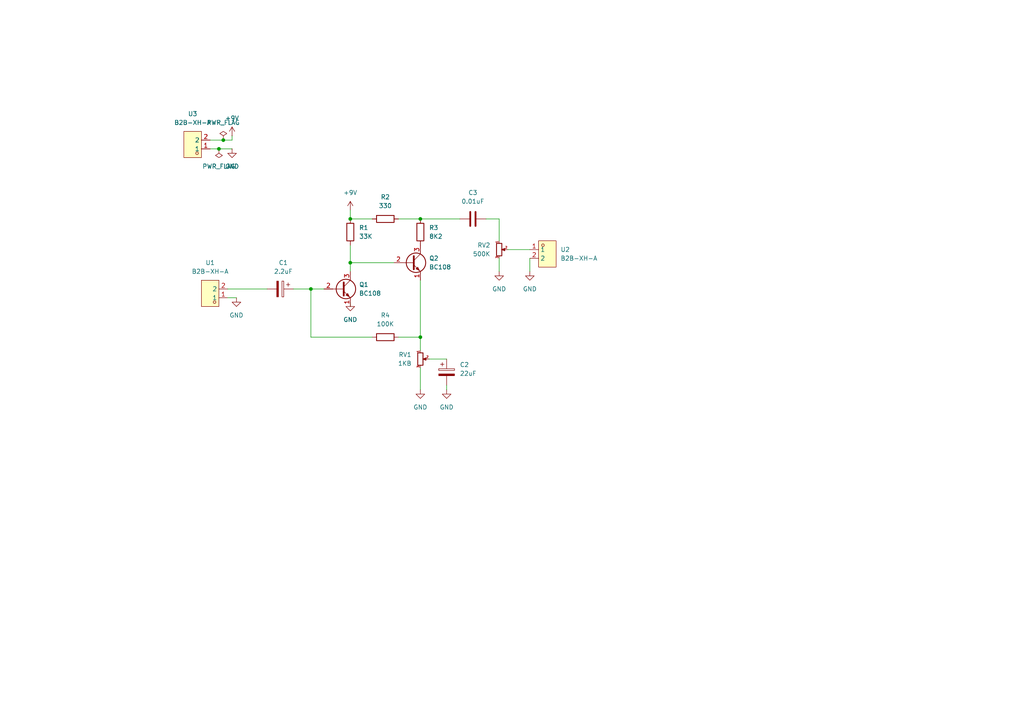
<source format=kicad_sch>
(kicad_sch
	(version 20250114)
	(generator "eeschema")
	(generator_version "9.0")
	(uuid "c28ccf4e-c90c-441f-aa40-d01f60b1e3d2")
	(paper "A4")
	(lib_symbols
		(symbol "Device:C"
			(pin_numbers
				(hide yes)
			)
			(pin_names
				(offset 0.254)
			)
			(exclude_from_sim no)
			(in_bom yes)
			(on_board yes)
			(property "Reference" "C"
				(at 0.635 2.54 0)
				(effects
					(font
						(size 1.27 1.27)
					)
					(justify left)
				)
			)
			(property "Value" "C"
				(at 0.635 -2.54 0)
				(effects
					(font
						(size 1.27 1.27)
					)
					(justify left)
				)
			)
			(property "Footprint" ""
				(at 0.9652 -3.81 0)
				(effects
					(font
						(size 1.27 1.27)
					)
					(hide yes)
				)
			)
			(property "Datasheet" "~"
				(at 0 0 0)
				(effects
					(font
						(size 1.27 1.27)
					)
					(hide yes)
				)
			)
			(property "Description" "Unpolarized capacitor"
				(at 0 0 0)
				(effects
					(font
						(size 1.27 1.27)
					)
					(hide yes)
				)
			)
			(property "ki_keywords" "cap capacitor"
				(at 0 0 0)
				(effects
					(font
						(size 1.27 1.27)
					)
					(hide yes)
				)
			)
			(property "ki_fp_filters" "C_*"
				(at 0 0 0)
				(effects
					(font
						(size 1.27 1.27)
					)
					(hide yes)
				)
			)
			(symbol "C_0_1"
				(polyline
					(pts
						(xy -2.032 0.762) (xy 2.032 0.762)
					)
					(stroke
						(width 0.508)
						(type default)
					)
					(fill
						(type none)
					)
				)
				(polyline
					(pts
						(xy -2.032 -0.762) (xy 2.032 -0.762)
					)
					(stroke
						(width 0.508)
						(type default)
					)
					(fill
						(type none)
					)
				)
			)
			(symbol "C_1_1"
				(pin passive line
					(at 0 3.81 270)
					(length 2.794)
					(name "~"
						(effects
							(font
								(size 1.27 1.27)
							)
						)
					)
					(number "1"
						(effects
							(font
								(size 1.27 1.27)
							)
						)
					)
				)
				(pin passive line
					(at 0 -3.81 90)
					(length 2.794)
					(name "~"
						(effects
							(font
								(size 1.27 1.27)
							)
						)
					)
					(number "2"
						(effects
							(font
								(size 1.27 1.27)
							)
						)
					)
				)
			)
			(embedded_fonts no)
		)
		(symbol "Device:C_Polarized"
			(pin_numbers
				(hide yes)
			)
			(pin_names
				(offset 0.254)
			)
			(exclude_from_sim no)
			(in_bom yes)
			(on_board yes)
			(property "Reference" "C"
				(at 0.635 2.54 0)
				(effects
					(font
						(size 1.27 1.27)
					)
					(justify left)
				)
			)
			(property "Value" "C_Polarized"
				(at 0.635 -2.54 0)
				(effects
					(font
						(size 1.27 1.27)
					)
					(justify left)
				)
			)
			(property "Footprint" ""
				(at 0.9652 -3.81 0)
				(effects
					(font
						(size 1.27 1.27)
					)
					(hide yes)
				)
			)
			(property "Datasheet" "~"
				(at 0 0 0)
				(effects
					(font
						(size 1.27 1.27)
					)
					(hide yes)
				)
			)
			(property "Description" "Polarized capacitor"
				(at 0 0 0)
				(effects
					(font
						(size 1.27 1.27)
					)
					(hide yes)
				)
			)
			(property "ki_keywords" "cap capacitor"
				(at 0 0 0)
				(effects
					(font
						(size 1.27 1.27)
					)
					(hide yes)
				)
			)
			(property "ki_fp_filters" "CP_*"
				(at 0 0 0)
				(effects
					(font
						(size 1.27 1.27)
					)
					(hide yes)
				)
			)
			(symbol "C_Polarized_0_1"
				(rectangle
					(start -2.286 0.508)
					(end 2.286 1.016)
					(stroke
						(width 0)
						(type default)
					)
					(fill
						(type none)
					)
				)
				(polyline
					(pts
						(xy -1.778 2.286) (xy -0.762 2.286)
					)
					(stroke
						(width 0)
						(type default)
					)
					(fill
						(type none)
					)
				)
				(polyline
					(pts
						(xy -1.27 2.794) (xy -1.27 1.778)
					)
					(stroke
						(width 0)
						(type default)
					)
					(fill
						(type none)
					)
				)
				(rectangle
					(start 2.286 -0.508)
					(end -2.286 -1.016)
					(stroke
						(width 0)
						(type default)
					)
					(fill
						(type outline)
					)
				)
			)
			(symbol "C_Polarized_1_1"
				(pin passive line
					(at 0 3.81 270)
					(length 2.794)
					(name "~"
						(effects
							(font
								(size 1.27 1.27)
							)
						)
					)
					(number "1"
						(effects
							(font
								(size 1.27 1.27)
							)
						)
					)
				)
				(pin passive line
					(at 0 -3.81 90)
					(length 2.794)
					(name "~"
						(effects
							(font
								(size 1.27 1.27)
							)
						)
					)
					(number "2"
						(effects
							(font
								(size 1.27 1.27)
							)
						)
					)
				)
			)
			(embedded_fonts no)
		)
		(symbol "Device:R"
			(pin_numbers
				(hide yes)
			)
			(pin_names
				(offset 0)
			)
			(exclude_from_sim no)
			(in_bom yes)
			(on_board yes)
			(property "Reference" "R"
				(at 2.032 0 90)
				(effects
					(font
						(size 1.27 1.27)
					)
				)
			)
			(property "Value" "R"
				(at 0 0 90)
				(effects
					(font
						(size 1.27 1.27)
					)
				)
			)
			(property "Footprint" ""
				(at -1.778 0 90)
				(effects
					(font
						(size 1.27 1.27)
					)
					(hide yes)
				)
			)
			(property "Datasheet" "~"
				(at 0 0 0)
				(effects
					(font
						(size 1.27 1.27)
					)
					(hide yes)
				)
			)
			(property "Description" "Resistor"
				(at 0 0 0)
				(effects
					(font
						(size 1.27 1.27)
					)
					(hide yes)
				)
			)
			(property "ki_keywords" "R res resistor"
				(at 0 0 0)
				(effects
					(font
						(size 1.27 1.27)
					)
					(hide yes)
				)
			)
			(property "ki_fp_filters" "R_*"
				(at 0 0 0)
				(effects
					(font
						(size 1.27 1.27)
					)
					(hide yes)
				)
			)
			(symbol "R_0_1"
				(rectangle
					(start -1.016 -2.54)
					(end 1.016 2.54)
					(stroke
						(width 0.254)
						(type default)
					)
					(fill
						(type none)
					)
				)
			)
			(symbol "R_1_1"
				(pin passive line
					(at 0 3.81 270)
					(length 1.27)
					(name "~"
						(effects
							(font
								(size 1.27 1.27)
							)
						)
					)
					(number "1"
						(effects
							(font
								(size 1.27 1.27)
							)
						)
					)
				)
				(pin passive line
					(at 0 -3.81 90)
					(length 1.27)
					(name "~"
						(effects
							(font
								(size 1.27 1.27)
							)
						)
					)
					(number "2"
						(effects
							(font
								(size 1.27 1.27)
							)
						)
					)
				)
			)
			(embedded_fonts no)
		)
		(symbol "Device:R_Potentiometer_Small"
			(pin_names
				(offset 1.016)
				(hide yes)
			)
			(exclude_from_sim no)
			(in_bom yes)
			(on_board yes)
			(property "Reference" "RV"
				(at -4.445 0 90)
				(effects
					(font
						(size 1.27 1.27)
					)
				)
			)
			(property "Value" "R_Potentiometer_Small"
				(at -2.54 0 90)
				(effects
					(font
						(size 1.27 1.27)
					)
				)
			)
			(property "Footprint" ""
				(at 0 0 0)
				(effects
					(font
						(size 1.27 1.27)
					)
					(hide yes)
				)
			)
			(property "Datasheet" "~"
				(at 0 0 0)
				(effects
					(font
						(size 1.27 1.27)
					)
					(hide yes)
				)
			)
			(property "Description" "Potentiometer"
				(at 0 0 0)
				(effects
					(font
						(size 1.27 1.27)
					)
					(hide yes)
				)
			)
			(property "ki_keywords" "resistor variable"
				(at 0 0 0)
				(effects
					(font
						(size 1.27 1.27)
					)
					(hide yes)
				)
			)
			(property "ki_fp_filters" "Potentiometer*"
				(at 0 0 0)
				(effects
					(font
						(size 1.27 1.27)
					)
					(hide yes)
				)
			)
			(symbol "R_Potentiometer_Small_0_1"
				(rectangle
					(start 0.762 1.8034)
					(end -0.762 -1.8034)
					(stroke
						(width 0.254)
						(type default)
					)
					(fill
						(type none)
					)
				)
				(polyline
					(pts
						(xy 0.889 0) (xy 0.635 0) (xy 1.651 0.381) (xy 1.651 -0.381) (xy 0.635 0) (xy 0.889 0)
					)
					(stroke
						(width 0)
						(type default)
					)
					(fill
						(type outline)
					)
				)
			)
			(symbol "R_Potentiometer_Small_1_1"
				(pin passive line
					(at 0 2.54 270)
					(length 0.635)
					(name "1"
						(effects
							(font
								(size 0.635 0.635)
							)
						)
					)
					(number "1"
						(effects
							(font
								(size 0.635 0.635)
							)
						)
					)
				)
				(pin passive line
					(at 0 -2.54 90)
					(length 0.635)
					(name "3"
						(effects
							(font
								(size 0.635 0.635)
							)
						)
					)
					(number "3"
						(effects
							(font
								(size 0.635 0.635)
							)
						)
					)
				)
				(pin passive line
					(at 2.54 0 180)
					(length 0.9906)
					(name "2"
						(effects
							(font
								(size 0.635 0.635)
							)
						)
					)
					(number "2"
						(effects
							(font
								(size 0.635 0.635)
							)
						)
					)
				)
			)
			(embedded_fonts no)
		)
		(symbol "Transistor_BJT:BC108"
			(pin_names
				(offset 0)
				(hide yes)
			)
			(exclude_from_sim no)
			(in_bom yes)
			(on_board yes)
			(property "Reference" "Q"
				(at 5.08 1.905 0)
				(effects
					(font
						(size 1.27 1.27)
					)
					(justify left)
				)
			)
			(property "Value" "BC108"
				(at 5.08 0 0)
				(effects
					(font
						(size 1.27 1.27)
					)
					(justify left)
				)
			)
			(property "Footprint" "Package_TO_SOT_THT:TO-18-3"
				(at 5.08 -1.905 0)
				(effects
					(font
						(size 1.27 1.27)
						(italic yes)
					)
					(justify left)
					(hide yes)
				)
			)
			(property "Datasheet" "http://www.b-kainka.de/Daten/Transistor/BC108.pdf"
				(at 0 0 0)
				(effects
					(font
						(size 1.27 1.27)
					)
					(justify left)
					(hide yes)
				)
			)
			(property "Description" "0.1A Ic, 30V Vce, Low Noise General Purpose NPN Transistor, TO-18"
				(at 0 0 0)
				(effects
					(font
						(size 1.27 1.27)
					)
					(hide yes)
				)
			)
			(property "ki_keywords" "NPN low noise transistor"
				(at 0 0 0)
				(effects
					(font
						(size 1.27 1.27)
					)
					(hide yes)
				)
			)
			(property "ki_fp_filters" "TO?18*"
				(at 0 0 0)
				(effects
					(font
						(size 1.27 1.27)
					)
					(hide yes)
				)
			)
			(symbol "BC108_0_1"
				(polyline
					(pts
						(xy -2.54 0) (xy 0.635 0)
					)
					(stroke
						(width 0)
						(type default)
					)
					(fill
						(type none)
					)
				)
				(polyline
					(pts
						(xy 0.635 1.905) (xy 0.635 -1.905)
					)
					(stroke
						(width 0.508)
						(type default)
					)
					(fill
						(type none)
					)
				)
				(circle
					(center 1.27 0)
					(radius 2.8194)
					(stroke
						(width 0.254)
						(type default)
					)
					(fill
						(type none)
					)
				)
			)
			(symbol "BC108_1_1"
				(polyline
					(pts
						(xy 0.635 0.635) (xy 2.54 2.54)
					)
					(stroke
						(width 0)
						(type default)
					)
					(fill
						(type none)
					)
				)
				(polyline
					(pts
						(xy 0.635 -0.635) (xy 2.54 -2.54)
					)
					(stroke
						(width 0)
						(type default)
					)
					(fill
						(type none)
					)
				)
				(polyline
					(pts
						(xy 1.27 -1.778) (xy 1.778 -1.27) (xy 2.286 -2.286) (xy 1.27 -1.778)
					)
					(stroke
						(width 0)
						(type default)
					)
					(fill
						(type outline)
					)
				)
				(pin input line
					(at -5.08 0 0)
					(length 2.54)
					(name "B"
						(effects
							(font
								(size 1.27 1.27)
							)
						)
					)
					(number "2"
						(effects
							(font
								(size 1.27 1.27)
							)
						)
					)
				)
				(pin passive line
					(at 2.54 5.08 270)
					(length 2.54)
					(name "C"
						(effects
							(font
								(size 1.27 1.27)
							)
						)
					)
					(number "3"
						(effects
							(font
								(size 1.27 1.27)
							)
						)
					)
				)
				(pin passive line
					(at 2.54 -5.08 90)
					(length 2.54)
					(name "E"
						(effects
							(font
								(size 1.27 1.27)
							)
						)
					)
					(number "1"
						(effects
							(font
								(size 1.27 1.27)
							)
						)
					)
				)
			)
			(embedded_fonts no)
		)
		(symbol "easyeda2kicad:B2B-XH-A"
			(exclude_from_sim no)
			(in_bom yes)
			(on_board yes)
			(property "Reference" "U"
				(at 0 6.35 0)
				(effects
					(font
						(size 1.27 1.27)
					)
				)
			)
			(property "Value" "B2B-XH-A"
				(at 0 -6.35 0)
				(effects
					(font
						(size 1.27 1.27)
					)
				)
			)
			(property "Footprint" "easyeda2kicad:CONN-TH_XH-2A"
				(at 0 -8.89 0)
				(effects
					(font
						(size 1.27 1.27)
					)
					(hide yes)
				)
			)
			(property "Datasheet" ""
				(at 0 0 0)
				(effects
					(font
						(size 1.27 1.27)
					)
					(hide yes)
				)
			)
			(property "Description" ""
				(at 0 0 0)
				(effects
					(font
						(size 1.27 1.27)
					)
					(hide yes)
				)
			)
			(property "LCSC Part" "C19272845"
				(at 0 -11.43 0)
				(effects
					(font
						(size 1.27 1.27)
					)
					(hide yes)
				)
			)
			(symbol "B2B-XH-A_0_1"
				(rectangle
					(start -2.54 3.81)
					(end 2.54 -3.81)
					(stroke
						(width 0)
						(type default)
					)
					(fill
						(type background)
					)
				)
				(circle
					(center -1.27 2.54)
					(radius 0.38)
					(stroke
						(width 0)
						(type default)
					)
					(fill
						(type none)
					)
				)
				(pin unspecified line
					(at -5.08 1.27 0)
					(length 2.54)
					(name "1"
						(effects
							(font
								(size 1.27 1.27)
							)
						)
					)
					(number "1"
						(effects
							(font
								(size 1.27 1.27)
							)
						)
					)
				)
				(pin unspecified line
					(at -5.08 -1.27 0)
					(length 2.54)
					(name "2"
						(effects
							(font
								(size 1.27 1.27)
							)
						)
					)
					(number "2"
						(effects
							(font
								(size 1.27 1.27)
							)
						)
					)
				)
			)
			(embedded_fonts no)
		)
		(symbol "power:+9V"
			(power)
			(pin_numbers
				(hide yes)
			)
			(pin_names
				(offset 0)
				(hide yes)
			)
			(exclude_from_sim no)
			(in_bom yes)
			(on_board yes)
			(property "Reference" "#PWR"
				(at 0 -3.81 0)
				(effects
					(font
						(size 1.27 1.27)
					)
					(hide yes)
				)
			)
			(property "Value" "+9V"
				(at 0 3.556 0)
				(effects
					(font
						(size 1.27 1.27)
					)
				)
			)
			(property "Footprint" ""
				(at 0 0 0)
				(effects
					(font
						(size 1.27 1.27)
					)
					(hide yes)
				)
			)
			(property "Datasheet" ""
				(at 0 0 0)
				(effects
					(font
						(size 1.27 1.27)
					)
					(hide yes)
				)
			)
			(property "Description" "Power symbol creates a global label with name \"+9V\""
				(at 0 0 0)
				(effects
					(font
						(size 1.27 1.27)
					)
					(hide yes)
				)
			)
			(property "ki_keywords" "global power"
				(at 0 0 0)
				(effects
					(font
						(size 1.27 1.27)
					)
					(hide yes)
				)
			)
			(symbol "+9V_0_1"
				(polyline
					(pts
						(xy -0.762 1.27) (xy 0 2.54)
					)
					(stroke
						(width 0)
						(type default)
					)
					(fill
						(type none)
					)
				)
				(polyline
					(pts
						(xy 0 2.54) (xy 0.762 1.27)
					)
					(stroke
						(width 0)
						(type default)
					)
					(fill
						(type none)
					)
				)
				(polyline
					(pts
						(xy 0 0) (xy 0 2.54)
					)
					(stroke
						(width 0)
						(type default)
					)
					(fill
						(type none)
					)
				)
			)
			(symbol "+9V_1_1"
				(pin power_in line
					(at 0 0 90)
					(length 0)
					(name "~"
						(effects
							(font
								(size 1.27 1.27)
							)
						)
					)
					(number "1"
						(effects
							(font
								(size 1.27 1.27)
							)
						)
					)
				)
			)
			(embedded_fonts no)
		)
		(symbol "power:GND"
			(power)
			(pin_numbers
				(hide yes)
			)
			(pin_names
				(offset 0)
				(hide yes)
			)
			(exclude_from_sim no)
			(in_bom yes)
			(on_board yes)
			(property "Reference" "#PWR"
				(at 0 -6.35 0)
				(effects
					(font
						(size 1.27 1.27)
					)
					(hide yes)
				)
			)
			(property "Value" "GND"
				(at 0 -3.81 0)
				(effects
					(font
						(size 1.27 1.27)
					)
				)
			)
			(property "Footprint" ""
				(at 0 0 0)
				(effects
					(font
						(size 1.27 1.27)
					)
					(hide yes)
				)
			)
			(property "Datasheet" ""
				(at 0 0 0)
				(effects
					(font
						(size 1.27 1.27)
					)
					(hide yes)
				)
			)
			(property "Description" "Power symbol creates a global label with name \"GND\" , ground"
				(at 0 0 0)
				(effects
					(font
						(size 1.27 1.27)
					)
					(hide yes)
				)
			)
			(property "ki_keywords" "global power"
				(at 0 0 0)
				(effects
					(font
						(size 1.27 1.27)
					)
					(hide yes)
				)
			)
			(symbol "GND_0_1"
				(polyline
					(pts
						(xy 0 0) (xy 0 -1.27) (xy 1.27 -1.27) (xy 0 -2.54) (xy -1.27 -1.27) (xy 0 -1.27)
					)
					(stroke
						(width 0)
						(type default)
					)
					(fill
						(type none)
					)
				)
			)
			(symbol "GND_1_1"
				(pin power_in line
					(at 0 0 270)
					(length 0)
					(name "~"
						(effects
							(font
								(size 1.27 1.27)
							)
						)
					)
					(number "1"
						(effects
							(font
								(size 1.27 1.27)
							)
						)
					)
				)
			)
			(embedded_fonts no)
		)
		(symbol "power:PWR_FLAG"
			(power)
			(pin_numbers
				(hide yes)
			)
			(pin_names
				(offset 0)
				(hide yes)
			)
			(exclude_from_sim no)
			(in_bom yes)
			(on_board yes)
			(property "Reference" "#FLG"
				(at 0 1.905 0)
				(effects
					(font
						(size 1.27 1.27)
					)
					(hide yes)
				)
			)
			(property "Value" "PWR_FLAG"
				(at 0 3.81 0)
				(effects
					(font
						(size 1.27 1.27)
					)
				)
			)
			(property "Footprint" ""
				(at 0 0 0)
				(effects
					(font
						(size 1.27 1.27)
					)
					(hide yes)
				)
			)
			(property "Datasheet" "~"
				(at 0 0 0)
				(effects
					(font
						(size 1.27 1.27)
					)
					(hide yes)
				)
			)
			(property "Description" "Special symbol for telling ERC where power comes from"
				(at 0 0 0)
				(effects
					(font
						(size 1.27 1.27)
					)
					(hide yes)
				)
			)
			(property "ki_keywords" "flag power"
				(at 0 0 0)
				(effects
					(font
						(size 1.27 1.27)
					)
					(hide yes)
				)
			)
			(symbol "PWR_FLAG_0_0"
				(pin power_out line
					(at 0 0 90)
					(length 0)
					(name "~"
						(effects
							(font
								(size 1.27 1.27)
							)
						)
					)
					(number "1"
						(effects
							(font
								(size 1.27 1.27)
							)
						)
					)
				)
			)
			(symbol "PWR_FLAG_0_1"
				(polyline
					(pts
						(xy 0 0) (xy 0 1.27) (xy -1.016 1.905) (xy 0 2.54) (xy 1.016 1.905) (xy 0 1.27)
					)
					(stroke
						(width 0)
						(type default)
					)
					(fill
						(type none)
					)
				)
			)
			(embedded_fonts no)
		)
	)
	(junction
		(at 101.6 63.5)
		(diameter 0)
		(color 0 0 0 0)
		(uuid "03343da6-ef10-4e34-bc02-88a6f04febba")
	)
	(junction
		(at 121.92 63.5)
		(diameter 0)
		(color 0 0 0 0)
		(uuid "0c2962da-46ef-4485-8d78-7addc60d46bd")
	)
	(junction
		(at 63.5 43.18)
		(diameter 0)
		(color 0 0 0 0)
		(uuid "1bb7f011-1af8-464c-99fa-85d2b96f2b9c")
	)
	(junction
		(at 121.92 97.79)
		(diameter 0)
		(color 0 0 0 0)
		(uuid "27e216c9-d09e-462e-88f7-2565a256a6cf")
	)
	(junction
		(at 90.17 83.82)
		(diameter 0)
		(color 0 0 0 0)
		(uuid "45865469-e8d2-41f5-8375-4dfad1d5c41b")
	)
	(junction
		(at 64.77 40.64)
		(diameter 0)
		(color 0 0 0 0)
		(uuid "bb1f775d-4d8d-486f-96c5-ea68a221486f")
	)
	(junction
		(at 101.6 76.2)
		(diameter 0)
		(color 0 0 0 0)
		(uuid "fd86d3a5-a346-4d78-9dba-7a7a99b943c2")
	)
	(wire
		(pts
			(xy 115.57 97.79) (xy 121.92 97.79)
		)
		(stroke
			(width 0)
			(type default)
		)
		(uuid "0107da6b-369c-4fb6-b3ad-336f0df27fa0")
	)
	(wire
		(pts
			(xy 121.92 81.28) (xy 121.92 97.79)
		)
		(stroke
			(width 0)
			(type default)
		)
		(uuid "090c1d7f-fd6b-4646-b07c-a53d1c5c8174")
	)
	(wire
		(pts
			(xy 85.09 83.82) (xy 90.17 83.82)
		)
		(stroke
			(width 0)
			(type default)
		)
		(uuid "0bb8180b-5718-49db-abaf-0fdfebbd08c3")
	)
	(wire
		(pts
			(xy 101.6 88.9) (xy 101.6 87.63)
		)
		(stroke
			(width 0)
			(type default)
		)
		(uuid "0e217f56-10d9-4b0b-8fa5-03fd96b6d320")
	)
	(wire
		(pts
			(xy 140.97 63.5) (xy 144.78 63.5)
		)
		(stroke
			(width 0)
			(type default)
		)
		(uuid "102c3d5d-405f-40ab-98bf-9d13c2381deb")
	)
	(wire
		(pts
			(xy 101.6 71.12) (xy 101.6 76.2)
		)
		(stroke
			(width 0)
			(type default)
		)
		(uuid "261fea2e-5a5c-4850-81b7-1dfb57b3a48b")
	)
	(wire
		(pts
			(xy 144.78 74.93) (xy 144.78 78.74)
		)
		(stroke
			(width 0)
			(type default)
		)
		(uuid "2fd6938b-4f59-420d-9029-a284af1f9693")
	)
	(wire
		(pts
			(xy 129.54 111.76) (xy 129.54 113.03)
		)
		(stroke
			(width 0)
			(type default)
		)
		(uuid "3afc4879-17b8-4a6e-892c-cef8c3e33865")
	)
	(wire
		(pts
			(xy 121.92 63.5) (xy 133.35 63.5)
		)
		(stroke
			(width 0)
			(type default)
		)
		(uuid "3bf81ab9-1dab-4687-a5d7-62556bd16fe0")
	)
	(wire
		(pts
			(xy 60.96 40.64) (xy 64.77 40.64)
		)
		(stroke
			(width 0)
			(type default)
		)
		(uuid "404f41e5-88dd-4ef2-a3be-3dce7f1e59ac")
	)
	(wire
		(pts
			(xy 63.5 43.18) (xy 67.31 43.18)
		)
		(stroke
			(width 0)
			(type default)
		)
		(uuid "4b68fee7-db76-475f-ba97-b2379badd2e3")
	)
	(wire
		(pts
			(xy 101.6 60.96) (xy 101.6 63.5)
		)
		(stroke
			(width 0)
			(type default)
		)
		(uuid "55d81387-6592-482a-bc33-b0ea5f86ccd4")
	)
	(wire
		(pts
			(xy 124.46 104.14) (xy 129.54 104.14)
		)
		(stroke
			(width 0)
			(type default)
		)
		(uuid "633f2f0e-3e07-4cfa-8e85-2f3f24dc9a5a")
	)
	(wire
		(pts
			(xy 64.77 40.64) (xy 67.31 40.64)
		)
		(stroke
			(width 0)
			(type default)
		)
		(uuid "71ac6456-060e-41f7-9756-a95afbcbc720")
	)
	(wire
		(pts
			(xy 66.04 83.82) (xy 77.47 83.82)
		)
		(stroke
			(width 0)
			(type default)
		)
		(uuid "7c546fd4-af1f-4cb3-adfb-4bf3ecad02da")
	)
	(wire
		(pts
			(xy 121.92 97.79) (xy 121.92 101.6)
		)
		(stroke
			(width 0)
			(type default)
		)
		(uuid "80daba07-8747-4f12-b2b1-b9f1af33353d")
	)
	(wire
		(pts
			(xy 90.17 83.82) (xy 90.17 97.79)
		)
		(stroke
			(width 0)
			(type default)
		)
		(uuid "93763939-b6ae-4b65-b062-528514e01c98")
	)
	(wire
		(pts
			(xy 60.96 43.18) (xy 63.5 43.18)
		)
		(stroke
			(width 0)
			(type default)
		)
		(uuid "9441c847-5653-4526-9346-5e426380b593")
	)
	(wire
		(pts
			(xy 115.57 63.5) (xy 121.92 63.5)
		)
		(stroke
			(width 0)
			(type default)
		)
		(uuid "9c7e2de1-cc8c-43a7-9683-2e3da4992624")
	)
	(wire
		(pts
			(xy 67.31 39.37) (xy 67.31 40.64)
		)
		(stroke
			(width 0)
			(type default)
		)
		(uuid "9f33a24e-0c7e-4b2a-8e8f-89d0ff11b392")
	)
	(wire
		(pts
			(xy 107.95 97.79) (xy 90.17 97.79)
		)
		(stroke
			(width 0)
			(type default)
		)
		(uuid "a137a342-5eca-443c-b436-993f65036138")
	)
	(wire
		(pts
			(xy 90.17 83.82) (xy 93.98 83.82)
		)
		(stroke
			(width 0)
			(type default)
		)
		(uuid "a54272ac-d864-42b1-8529-4e64e017eb90")
	)
	(wire
		(pts
			(xy 121.92 106.68) (xy 121.92 113.03)
		)
		(stroke
			(width 0)
			(type default)
		)
		(uuid "a7ba28af-fc82-404f-9faa-ce65e3b481b9")
	)
	(wire
		(pts
			(xy 153.67 74.93) (xy 153.67 78.74)
		)
		(stroke
			(width 0)
			(type default)
		)
		(uuid "ab35171f-9001-4c9b-a589-9eff54f86956")
	)
	(wire
		(pts
			(xy 66.04 86.36) (xy 68.58 86.36)
		)
		(stroke
			(width 0)
			(type default)
		)
		(uuid "b8ce88b2-a567-495a-9330-5cdf629af05f")
	)
	(wire
		(pts
			(xy 144.78 69.85) (xy 144.78 63.5)
		)
		(stroke
			(width 0)
			(type default)
		)
		(uuid "b96cccf8-4752-458c-894c-11690547e6a3")
	)
	(wire
		(pts
			(xy 147.32 72.39) (xy 153.67 72.39)
		)
		(stroke
			(width 0)
			(type default)
		)
		(uuid "c7ced1e4-2557-4a0b-8153-6c20451ac6d4")
	)
	(wire
		(pts
			(xy 101.6 63.5) (xy 107.95 63.5)
		)
		(stroke
			(width 0)
			(type default)
		)
		(uuid "d3aebfc8-e877-494e-870f-f829da344ec8")
	)
	(wire
		(pts
			(xy 101.6 76.2) (xy 101.6 78.74)
		)
		(stroke
			(width 0)
			(type default)
		)
		(uuid "e6c7ce28-49e3-480f-bad9-8b8f71efc4ba")
	)
	(wire
		(pts
			(xy 101.6 76.2) (xy 114.3 76.2)
		)
		(stroke
			(width 0)
			(type default)
		)
		(uuid "e950c026-a774-4696-bdc2-56abf971e735")
	)
	(symbol
		(lib_id "Device:C_Polarized")
		(at 129.54 107.95 0)
		(unit 1)
		(exclude_from_sim no)
		(in_bom yes)
		(on_board yes)
		(dnp no)
		(fields_autoplaced yes)
		(uuid "1cfa4d63-b92e-450e-b80b-94b9e0ee53a7")
		(property "Reference" "C2"
			(at 133.35 105.7909 0)
			(effects
				(font
					(size 1.27 1.27)
				)
				(justify left)
			)
		)
		(property "Value" "22uF"
			(at 133.35 108.3309 0)
			(effects
				(font
					(size 1.27 1.27)
				)
				(justify left)
			)
		)
		(property "Footprint" "Capacitor_THT:C_Radial_D6.3mm_H11.0mm_P2.50mm"
			(at 130.5052 111.76 0)
			(effects
				(font
					(size 1.27 1.27)
				)
				(hide yes)
			)
		)
		(property "Datasheet" "~"
			(at 129.54 107.95 0)
			(effects
				(font
					(size 1.27 1.27)
				)
				(hide yes)
			)
		)
		(property "Description" "Polarized capacitor"
			(at 129.54 107.95 0)
			(effects
				(font
					(size 1.27 1.27)
				)
				(hide yes)
			)
		)
		(pin "2"
			(uuid "1bfb8729-47d7-4a9a-b231-9dc1025ce8b9")
		)
		(pin "1"
			(uuid "ece71d6e-060f-4c69-9e56-16853b5c4b02")
		)
		(instances
			(project "FuzzFace"
				(path "/c28ccf4e-c90c-441f-aa40-d01f60b1e3d2"
					(reference "C2")
					(unit 1)
				)
			)
		)
	)
	(symbol
		(lib_id "Transistor_BJT:BC108")
		(at 99.06 83.82 0)
		(unit 1)
		(exclude_from_sim no)
		(in_bom yes)
		(on_board yes)
		(dnp no)
		(fields_autoplaced yes)
		(uuid "32c2328a-0dea-4f95-bc84-044b7a21f464")
		(property "Reference" "Q1"
			(at 104.14 82.5499 0)
			(effects
				(font
					(size 1.27 1.27)
				)
				(justify left)
			)
		)
		(property "Value" "BC108"
			(at 104.14 85.0899 0)
			(effects
				(font
					(size 1.27 1.27)
				)
				(justify left)
			)
		)
		(property "Footprint" "Package_TO_SOT_THT:TO-18-3"
			(at 104.14 85.725 0)
			(effects
				(font
					(size 1.27 1.27)
					(italic yes)
				)
				(justify left)
				(hide yes)
			)
		)
		(property "Datasheet" "http://www.b-kainka.de/Daten/Transistor/BC108.pdf"
			(at 99.06 83.82 0)
			(effects
				(font
					(size 1.27 1.27)
				)
				(justify left)
				(hide yes)
			)
		)
		(property "Description" "0.1A Ic, 30V Vce, Low Noise General Purpose NPN Transistor, TO-18"
			(at 99.06 83.82 0)
			(effects
				(font
					(size 1.27 1.27)
				)
				(hide yes)
			)
		)
		(pin "2"
			(uuid "536abce7-f50a-44bb-8180-f8e83bfd201b")
		)
		(pin "3"
			(uuid "09719237-8ec0-4b12-a6cd-0bd91cbd30bb")
		)
		(pin "1"
			(uuid "37a713e6-92b7-4b24-b228-130ac9bb090b")
		)
		(instances
			(project ""
				(path "/c28ccf4e-c90c-441f-aa40-d01f60b1e3d2"
					(reference "Q1")
					(unit 1)
				)
			)
		)
	)
	(symbol
		(lib_id "power:PWR_FLAG")
		(at 63.5 43.18 180)
		(unit 1)
		(exclude_from_sim no)
		(in_bom yes)
		(on_board yes)
		(dnp no)
		(fields_autoplaced yes)
		(uuid "34e2c3e4-0302-47d8-9e60-e55a3613cbab")
		(property "Reference" "#FLG02"
			(at 63.5 45.085 0)
			(effects
				(font
					(size 1.27 1.27)
				)
				(hide yes)
			)
		)
		(property "Value" "PWR_FLAG"
			(at 63.5 48.26 0)
			(effects
				(font
					(size 1.27 1.27)
				)
			)
		)
		(property "Footprint" ""
			(at 63.5 43.18 0)
			(effects
				(font
					(size 1.27 1.27)
				)
				(hide yes)
			)
		)
		(property "Datasheet" "~"
			(at 63.5 43.18 0)
			(effects
				(font
					(size 1.27 1.27)
				)
				(hide yes)
			)
		)
		(property "Description" "Special symbol for telling ERC where power comes from"
			(at 63.5 43.18 0)
			(effects
				(font
					(size 1.27 1.27)
				)
				(hide yes)
			)
		)
		(pin "1"
			(uuid "2e1de3e4-2f3d-4f69-a1db-2ce1f9a4cff6")
		)
		(instances
			(project "FuzzFace"
				(path "/c28ccf4e-c90c-441f-aa40-d01f60b1e3d2"
					(reference "#FLG02")
					(unit 1)
				)
			)
		)
	)
	(symbol
		(lib_id "Device:R")
		(at 111.76 63.5 90)
		(unit 1)
		(exclude_from_sim no)
		(in_bom yes)
		(on_board yes)
		(dnp no)
		(fields_autoplaced yes)
		(uuid "3c77adf3-cedf-4be1-a892-ed4f9b1ac11f")
		(property "Reference" "R2"
			(at 111.76 57.15 90)
			(effects
				(font
					(size 1.27 1.27)
				)
			)
		)
		(property "Value" "330"
			(at 111.76 59.69 90)
			(effects
				(font
					(size 1.27 1.27)
				)
			)
		)
		(property "Footprint" "Resistor_THT:R_Axial_DIN0411_L9.9mm_D3.6mm_P15.24mm_Horizontal"
			(at 111.76 65.278 90)
			(effects
				(font
					(size 1.27 1.27)
				)
				(hide yes)
			)
		)
		(property "Datasheet" "~"
			(at 111.76 63.5 0)
			(effects
				(font
					(size 1.27 1.27)
				)
				(hide yes)
			)
		)
		(property "Description" "Resistor"
			(at 111.76 63.5 0)
			(effects
				(font
					(size 1.27 1.27)
				)
				(hide yes)
			)
		)
		(pin "2"
			(uuid "c8eee4d3-41cb-42d6-8a0e-bf3fd01c8ded")
		)
		(pin "1"
			(uuid "a34529e1-2fa9-4060-8220-b4020623d456")
		)
		(instances
			(project "FuzzFace"
				(path "/c28ccf4e-c90c-441f-aa40-d01f60b1e3d2"
					(reference "R2")
					(unit 1)
				)
			)
		)
	)
	(symbol
		(lib_id "easyeda2kicad:B2B-XH-A")
		(at 60.96 85.09 180)
		(unit 1)
		(exclude_from_sim no)
		(in_bom yes)
		(on_board yes)
		(dnp no)
		(fields_autoplaced yes)
		(uuid "44547f68-513c-46fe-9f0e-7bb8960d3b05")
		(property "Reference" "U1"
			(at 60.96 76.2 0)
			(effects
				(font
					(size 1.27 1.27)
				)
			)
		)
		(property "Value" "B2B-XH-A"
			(at 60.96 78.74 0)
			(effects
				(font
					(size 1.27 1.27)
				)
			)
		)
		(property "Footprint" "easyeda2kicad:CONN-TH_XH-2A"
			(at 60.96 76.2 0)
			(effects
				(font
					(size 1.27 1.27)
				)
				(hide yes)
			)
		)
		(property "Datasheet" ""
			(at 60.96 85.09 0)
			(effects
				(font
					(size 1.27 1.27)
				)
				(hide yes)
			)
		)
		(property "Description" ""
			(at 60.96 85.09 0)
			(effects
				(font
					(size 1.27 1.27)
				)
				(hide yes)
			)
		)
		(property "LCSC Part" "C19272845"
			(at 60.96 73.66 0)
			(effects
				(font
					(size 1.27 1.27)
				)
				(hide yes)
			)
		)
		(pin "1"
			(uuid "24a6f5c2-337c-45a7-a77a-764b5b419fa8")
		)
		(pin "2"
			(uuid "14060df9-a243-457b-9a6d-eae642d74b0d")
		)
		(instances
			(project ""
				(path "/c28ccf4e-c90c-441f-aa40-d01f60b1e3d2"
					(reference "U1")
					(unit 1)
				)
			)
		)
	)
	(symbol
		(lib_id "easyeda2kicad:B2B-XH-A")
		(at 55.88 41.91 180)
		(unit 1)
		(exclude_from_sim no)
		(in_bom yes)
		(on_board yes)
		(dnp no)
		(fields_autoplaced yes)
		(uuid "6b4186af-5b15-4fd4-a510-5425b7bd35b7")
		(property "Reference" "U3"
			(at 55.88 33.02 0)
			(effects
				(font
					(size 1.27 1.27)
				)
			)
		)
		(property "Value" "B2B-XH-A"
			(at 55.88 35.56 0)
			(effects
				(font
					(size 1.27 1.27)
				)
			)
		)
		(property "Footprint" "easyeda2kicad:CONN-TH_XH-2A"
			(at 55.88 33.02 0)
			(effects
				(font
					(size 1.27 1.27)
				)
				(hide yes)
			)
		)
		(property "Datasheet" ""
			(at 55.88 41.91 0)
			(effects
				(font
					(size 1.27 1.27)
				)
				(hide yes)
			)
		)
		(property "Description" ""
			(at 55.88 41.91 0)
			(effects
				(font
					(size 1.27 1.27)
				)
				(hide yes)
			)
		)
		(property "LCSC Part" "C19272845"
			(at 55.88 30.48 0)
			(effects
				(font
					(size 1.27 1.27)
				)
				(hide yes)
			)
		)
		(pin "1"
			(uuid "aaf532f3-4bb9-42e6-91db-823cadce2679")
		)
		(pin "2"
			(uuid "bcfef783-964c-4040-a912-46598c52648a")
		)
		(instances
			(project "FuzzFace"
				(path "/c28ccf4e-c90c-441f-aa40-d01f60b1e3d2"
					(reference "U3")
					(unit 1)
				)
			)
		)
	)
	(symbol
		(lib_id "power:GND")
		(at 67.31 43.18 0)
		(unit 1)
		(exclude_from_sim no)
		(in_bom yes)
		(on_board yes)
		(dnp no)
		(fields_autoplaced yes)
		(uuid "734298f1-8dd9-4dcd-a5c9-1db6567e5514")
		(property "Reference" "#PWR09"
			(at 67.31 49.53 0)
			(effects
				(font
					(size 1.27 1.27)
				)
				(hide yes)
			)
		)
		(property "Value" "GND"
			(at 67.31 48.26 0)
			(effects
				(font
					(size 1.27 1.27)
				)
			)
		)
		(property "Footprint" ""
			(at 67.31 43.18 0)
			(effects
				(font
					(size 1.27 1.27)
				)
				(hide yes)
			)
		)
		(property "Datasheet" ""
			(at 67.31 43.18 0)
			(effects
				(font
					(size 1.27 1.27)
				)
				(hide yes)
			)
		)
		(property "Description" "Power symbol creates a global label with name \"GND\" , ground"
			(at 67.31 43.18 0)
			(effects
				(font
					(size 1.27 1.27)
				)
				(hide yes)
			)
		)
		(pin "1"
			(uuid "f348646b-8f97-457e-89b5-6257821c2d04")
		)
		(instances
			(project "FuzzFace"
				(path "/c28ccf4e-c90c-441f-aa40-d01f60b1e3d2"
					(reference "#PWR09")
					(unit 1)
				)
			)
		)
	)
	(symbol
		(lib_id "Transistor_BJT:BC108")
		(at 119.38 76.2 0)
		(unit 1)
		(exclude_from_sim no)
		(in_bom yes)
		(on_board yes)
		(dnp no)
		(fields_autoplaced yes)
		(uuid "7e84ef4a-1621-4c3d-a4f6-9ef853948529")
		(property "Reference" "Q2"
			(at 124.46 74.9299 0)
			(effects
				(font
					(size 1.27 1.27)
				)
				(justify left)
			)
		)
		(property "Value" "BC108"
			(at 124.46 77.4699 0)
			(effects
				(font
					(size 1.27 1.27)
				)
				(justify left)
			)
		)
		(property "Footprint" "Package_TO_SOT_THT:TO-18-3"
			(at 124.46 78.105 0)
			(effects
				(font
					(size 1.27 1.27)
					(italic yes)
				)
				(justify left)
				(hide yes)
			)
		)
		(property "Datasheet" "http://www.b-kainka.de/Daten/Transistor/BC108.pdf"
			(at 119.38 76.2 0)
			(effects
				(font
					(size 1.27 1.27)
				)
				(justify left)
				(hide yes)
			)
		)
		(property "Description" "0.1A Ic, 30V Vce, Low Noise General Purpose NPN Transistor, TO-18"
			(at 119.38 76.2 0)
			(effects
				(font
					(size 1.27 1.27)
				)
				(hide yes)
			)
		)
		(pin "2"
			(uuid "118c6327-4fd8-4db4-96e4-a918ee22e980")
		)
		(pin "3"
			(uuid "6e3b7f02-2913-4128-9557-dcb52e28b888")
		)
		(pin "1"
			(uuid "bc2e5976-e65b-4fce-909e-66397001d887")
		)
		(instances
			(project "FuzzFace"
				(path "/c28ccf4e-c90c-441f-aa40-d01f60b1e3d2"
					(reference "Q2")
					(unit 1)
				)
			)
		)
	)
	(symbol
		(lib_id "power:GND")
		(at 68.58 86.36 0)
		(unit 1)
		(exclude_from_sim no)
		(in_bom yes)
		(on_board yes)
		(dnp no)
		(fields_autoplaced yes)
		(uuid "8f5588cd-d91b-449b-9755-5d05a9d0f570")
		(property "Reference" "#PWR03"
			(at 68.58 92.71 0)
			(effects
				(font
					(size 1.27 1.27)
				)
				(hide yes)
			)
		)
		(property "Value" "GND"
			(at 68.58 91.44 0)
			(effects
				(font
					(size 1.27 1.27)
				)
			)
		)
		(property "Footprint" ""
			(at 68.58 86.36 0)
			(effects
				(font
					(size 1.27 1.27)
				)
				(hide yes)
			)
		)
		(property "Datasheet" ""
			(at 68.58 86.36 0)
			(effects
				(font
					(size 1.27 1.27)
				)
				(hide yes)
			)
		)
		(property "Description" "Power symbol creates a global label with name \"GND\" , ground"
			(at 68.58 86.36 0)
			(effects
				(font
					(size 1.27 1.27)
				)
				(hide yes)
			)
		)
		(pin "1"
			(uuid "4d39950c-517b-4ec5-b2b2-9f18694f8d14")
		)
		(instances
			(project ""
				(path "/c28ccf4e-c90c-441f-aa40-d01f60b1e3d2"
					(reference "#PWR03")
					(unit 1)
				)
			)
		)
	)
	(symbol
		(lib_id "power:+9V")
		(at 101.6 60.96 0)
		(unit 1)
		(exclude_from_sim no)
		(in_bom yes)
		(on_board yes)
		(dnp no)
		(fields_autoplaced yes)
		(uuid "90a8c019-5304-48f0-a53c-dcc497276715")
		(property "Reference" "#PWR02"
			(at 101.6 64.77 0)
			(effects
				(font
					(size 1.27 1.27)
				)
				(hide yes)
			)
		)
		(property "Value" "+9V"
			(at 101.6 55.88 0)
			(effects
				(font
					(size 1.27 1.27)
				)
			)
		)
		(property "Footprint" ""
			(at 101.6 60.96 0)
			(effects
				(font
					(size 1.27 1.27)
				)
				(hide yes)
			)
		)
		(property "Datasheet" ""
			(at 101.6 60.96 0)
			(effects
				(font
					(size 1.27 1.27)
				)
				(hide yes)
			)
		)
		(property "Description" "Power symbol creates a global label with name \"+9V\""
			(at 101.6 60.96 0)
			(effects
				(font
					(size 1.27 1.27)
				)
				(hide yes)
			)
		)
		(pin "1"
			(uuid "e112b7a9-ac84-4017-966d-c571c61498c7")
		)
		(instances
			(project ""
				(path "/c28ccf4e-c90c-441f-aa40-d01f60b1e3d2"
					(reference "#PWR02")
					(unit 1)
				)
			)
		)
	)
	(symbol
		(lib_id "Device:R_Potentiometer_Small")
		(at 121.92 104.14 0)
		(unit 1)
		(exclude_from_sim no)
		(in_bom yes)
		(on_board yes)
		(dnp no)
		(fields_autoplaced yes)
		(uuid "97311190-2734-49df-a54b-71f796d4ac2e")
		(property "Reference" "RV1"
			(at 119.38 102.8699 0)
			(effects
				(font
					(size 1.27 1.27)
				)
				(justify right)
			)
		)
		(property "Value" "1KB"
			(at 119.38 105.4099 0)
			(effects
				(font
					(size 1.27 1.27)
				)
				(justify right)
			)
		)
		(property "Footprint" "Connector_JST:JST_EH_B3B-EH-A_1x03_P2.50mm_Vertical"
			(at 121.92 104.14 0)
			(effects
				(font
					(size 1.27 1.27)
				)
				(hide yes)
			)
		)
		(property "Datasheet" "~"
			(at 121.92 104.14 0)
			(effects
				(font
					(size 1.27 1.27)
				)
				(hide yes)
			)
		)
		(property "Description" "Potentiometer"
			(at 121.92 104.14 0)
			(effects
				(font
					(size 1.27 1.27)
				)
				(hide yes)
			)
		)
		(pin "2"
			(uuid "4927a1ec-061b-4a08-9765-4c5bb98fdbaa")
		)
		(pin "3"
			(uuid "08b4a2ff-f800-4708-b150-b69ef736b6c2")
		)
		(pin "1"
			(uuid "feea6f17-0cee-4b7e-ba2f-191a3f6665a1")
		)
		(instances
			(project ""
				(path "/c28ccf4e-c90c-441f-aa40-d01f60b1e3d2"
					(reference "RV1")
					(unit 1)
				)
			)
		)
	)
	(symbol
		(lib_id "power:GND")
		(at 129.54 113.03 0)
		(unit 1)
		(exclude_from_sim no)
		(in_bom yes)
		(on_board yes)
		(dnp no)
		(fields_autoplaced yes)
		(uuid "9c3cdf95-f936-4cd5-bace-0c7dc2129db7")
		(property "Reference" "#PWR05"
			(at 129.54 119.38 0)
			(effects
				(font
					(size 1.27 1.27)
				)
				(hide yes)
			)
		)
		(property "Value" "GND"
			(at 129.54 118.11 0)
			(effects
				(font
					(size 1.27 1.27)
				)
			)
		)
		(property "Footprint" ""
			(at 129.54 113.03 0)
			(effects
				(font
					(size 1.27 1.27)
				)
				(hide yes)
			)
		)
		(property "Datasheet" ""
			(at 129.54 113.03 0)
			(effects
				(font
					(size 1.27 1.27)
				)
				(hide yes)
			)
		)
		(property "Description" "Power symbol creates a global label with name \"GND\" , ground"
			(at 129.54 113.03 0)
			(effects
				(font
					(size 1.27 1.27)
				)
				(hide yes)
			)
		)
		(pin "1"
			(uuid "bd7e0523-cfe5-4054-9701-df6ae579bbd4")
		)
		(instances
			(project "FuzzFace"
				(path "/c28ccf4e-c90c-441f-aa40-d01f60b1e3d2"
					(reference "#PWR05")
					(unit 1)
				)
			)
		)
	)
	(symbol
		(lib_id "Device:R")
		(at 111.76 97.79 90)
		(unit 1)
		(exclude_from_sim no)
		(in_bom yes)
		(on_board yes)
		(dnp no)
		(fields_autoplaced yes)
		(uuid "a12aec43-e2f7-40f1-92d8-0c3cb03afea8")
		(property "Reference" "R4"
			(at 111.76 91.44 90)
			(effects
				(font
					(size 1.27 1.27)
				)
			)
		)
		(property "Value" "100K"
			(at 111.76 93.98 90)
			(effects
				(font
					(size 1.27 1.27)
				)
			)
		)
		(property "Footprint" "Resistor_THT:R_Axial_DIN0411_L9.9mm_D3.6mm_P15.24mm_Horizontal"
			(at 111.76 99.568 90)
			(effects
				(font
					(size 1.27 1.27)
				)
				(hide yes)
			)
		)
		(property "Datasheet" "~"
			(at 111.76 97.79 0)
			(effects
				(font
					(size 1.27 1.27)
				)
				(hide yes)
			)
		)
		(property "Description" "Resistor"
			(at 111.76 97.79 0)
			(effects
				(font
					(size 1.27 1.27)
				)
				(hide yes)
			)
		)
		(pin "2"
			(uuid "1ded14c7-21fc-4d4a-9ad3-172f39d34c3d")
		)
		(pin "1"
			(uuid "fef136ab-6a09-40f6-99fd-4386590d6fb6")
		)
		(instances
			(project "FuzzFace"
				(path "/c28ccf4e-c90c-441f-aa40-d01f60b1e3d2"
					(reference "R4")
					(unit 1)
				)
			)
		)
	)
	(symbol
		(lib_id "Device:R_Potentiometer_Small")
		(at 144.78 72.39 0)
		(unit 1)
		(exclude_from_sim no)
		(in_bom yes)
		(on_board yes)
		(dnp no)
		(fields_autoplaced yes)
		(uuid "a61affe3-5dbb-40e2-a4a6-a22a73264210")
		(property "Reference" "RV2"
			(at 142.24 71.1199 0)
			(effects
				(font
					(size 1.27 1.27)
				)
				(justify right)
			)
		)
		(property "Value" "500K"
			(at 142.24 73.6599 0)
			(effects
				(font
					(size 1.27 1.27)
				)
				(justify right)
			)
		)
		(property "Footprint" "Connector_JST:JST_EH_B3B-EH-A_1x03_P2.50mm_Vertical"
			(at 144.78 72.39 0)
			(effects
				(font
					(size 1.27 1.27)
				)
				(hide yes)
			)
		)
		(property "Datasheet" "~"
			(at 144.78 72.39 0)
			(effects
				(font
					(size 1.27 1.27)
				)
				(hide yes)
			)
		)
		(property "Description" "Potentiometer"
			(at 144.78 72.39 0)
			(effects
				(font
					(size 1.27 1.27)
				)
				(hide yes)
			)
		)
		(pin "2"
			(uuid "f2cb127d-a003-454c-80fd-2c9f3df3a743")
		)
		(pin "3"
			(uuid "df447317-f996-411b-9142-8631d0a8dbc9")
		)
		(pin "1"
			(uuid "8d0d0bd3-28a4-4bd9-aa23-09cdeb849aba")
		)
		(instances
			(project "FuzzFace"
				(path "/c28ccf4e-c90c-441f-aa40-d01f60b1e3d2"
					(reference "RV2")
					(unit 1)
				)
			)
		)
	)
	(symbol
		(lib_id "power:PWR_FLAG")
		(at 64.77 40.64 0)
		(unit 1)
		(exclude_from_sim no)
		(in_bom yes)
		(on_board yes)
		(dnp no)
		(fields_autoplaced yes)
		(uuid "b229e8e6-0409-4f4b-9930-d3efea742927")
		(property "Reference" "#FLG01"
			(at 64.77 38.735 0)
			(effects
				(font
					(size 1.27 1.27)
				)
				(hide yes)
			)
		)
		(property "Value" "PWR_FLAG"
			(at 64.77 35.56 0)
			(effects
				(font
					(size 1.27 1.27)
				)
			)
		)
		(property "Footprint" ""
			(at 64.77 40.64 0)
			(effects
				(font
					(size 1.27 1.27)
				)
				(hide yes)
			)
		)
		(property "Datasheet" "~"
			(at 64.77 40.64 0)
			(effects
				(font
					(size 1.27 1.27)
				)
				(hide yes)
			)
		)
		(property "Description" "Special symbol for telling ERC where power comes from"
			(at 64.77 40.64 0)
			(effects
				(font
					(size 1.27 1.27)
				)
				(hide yes)
			)
		)
		(pin "1"
			(uuid "706f26d2-a77c-426f-9142-0c76b44ce46c")
		)
		(instances
			(project ""
				(path "/c28ccf4e-c90c-441f-aa40-d01f60b1e3d2"
					(reference "#FLG01")
					(unit 1)
				)
			)
		)
	)
	(symbol
		(lib_id "Device:R")
		(at 121.92 67.31 180)
		(unit 1)
		(exclude_from_sim no)
		(in_bom yes)
		(on_board yes)
		(dnp no)
		(fields_autoplaced yes)
		(uuid "c04aeed3-38d8-412f-b97f-217e5e1714bb")
		(property "Reference" "R3"
			(at 124.46 66.0399 0)
			(effects
				(font
					(size 1.27 1.27)
				)
				(justify right)
			)
		)
		(property "Value" "8K2"
			(at 124.46 68.5799 0)
			(effects
				(font
					(size 1.27 1.27)
				)
				(justify right)
			)
		)
		(property "Footprint" "Resistor_THT:R_Axial_DIN0411_L9.9mm_D3.6mm_P15.24mm_Horizontal"
			(at 123.698 67.31 90)
			(effects
				(font
					(size 1.27 1.27)
				)
				(hide yes)
			)
		)
		(property "Datasheet" "~"
			(at 121.92 67.31 0)
			(effects
				(font
					(size 1.27 1.27)
				)
				(hide yes)
			)
		)
		(property "Description" "Resistor"
			(at 121.92 67.31 0)
			(effects
				(font
					(size 1.27 1.27)
				)
				(hide yes)
			)
		)
		(pin "2"
			(uuid "f44bfb86-234b-470d-8aa8-d8162fefea48")
		)
		(pin "1"
			(uuid "c91c8080-59b1-4380-bbc4-08d358f1f7ff")
		)
		(instances
			(project "FuzzFace"
				(path "/c28ccf4e-c90c-441f-aa40-d01f60b1e3d2"
					(reference "R3")
					(unit 1)
				)
			)
		)
	)
	(symbol
		(lib_id "power:GND")
		(at 144.78 78.74 0)
		(unit 1)
		(exclude_from_sim no)
		(in_bom yes)
		(on_board yes)
		(dnp no)
		(fields_autoplaced yes)
		(uuid "d1121fc6-6cc3-41f6-82bf-6696d0297e02")
		(property "Reference" "#PWR06"
			(at 144.78 85.09 0)
			(effects
				(font
					(size 1.27 1.27)
				)
				(hide yes)
			)
		)
		(property "Value" "GND"
			(at 144.78 83.82 0)
			(effects
				(font
					(size 1.27 1.27)
				)
			)
		)
		(property "Footprint" ""
			(at 144.78 78.74 0)
			(effects
				(font
					(size 1.27 1.27)
				)
				(hide yes)
			)
		)
		(property "Datasheet" ""
			(at 144.78 78.74 0)
			(effects
				(font
					(size 1.27 1.27)
				)
				(hide yes)
			)
		)
		(property "Description" "Power symbol creates a global label with name \"GND\" , ground"
			(at 144.78 78.74 0)
			(effects
				(font
					(size 1.27 1.27)
				)
				(hide yes)
			)
		)
		(pin "1"
			(uuid "e4b97c40-3696-4bd4-96cf-9df0f2b6f679")
		)
		(instances
			(project "FuzzFace"
				(path "/c28ccf4e-c90c-441f-aa40-d01f60b1e3d2"
					(reference "#PWR06")
					(unit 1)
				)
			)
		)
	)
	(symbol
		(lib_id "power:+9V")
		(at 67.31 39.37 0)
		(unit 1)
		(exclude_from_sim no)
		(in_bom yes)
		(on_board yes)
		(dnp no)
		(fields_autoplaced yes)
		(uuid "d247b49d-28e1-4e1f-8944-7e225ae276c5")
		(property "Reference" "#PWR08"
			(at 67.31 43.18 0)
			(effects
				(font
					(size 1.27 1.27)
				)
				(hide yes)
			)
		)
		(property "Value" "+9V"
			(at 67.31 34.29 0)
			(effects
				(font
					(size 1.27 1.27)
				)
			)
		)
		(property "Footprint" ""
			(at 67.31 39.37 0)
			(effects
				(font
					(size 1.27 1.27)
				)
				(hide yes)
			)
		)
		(property "Datasheet" ""
			(at 67.31 39.37 0)
			(effects
				(font
					(size 1.27 1.27)
				)
				(hide yes)
			)
		)
		(property "Description" "Power symbol creates a global label with name \"+9V\""
			(at 67.31 39.37 0)
			(effects
				(font
					(size 1.27 1.27)
				)
				(hide yes)
			)
		)
		(pin "1"
			(uuid "dde01036-5fde-4609-b679-10ab55814594")
		)
		(instances
			(project "FuzzFace"
				(path "/c28ccf4e-c90c-441f-aa40-d01f60b1e3d2"
					(reference "#PWR08")
					(unit 1)
				)
			)
		)
	)
	(symbol
		(lib_id "power:GND")
		(at 153.67 78.74 0)
		(unit 1)
		(exclude_from_sim no)
		(in_bom yes)
		(on_board yes)
		(dnp no)
		(fields_autoplaced yes)
		(uuid "e481eb27-3685-4cd7-a3e5-844e8e724319")
		(property "Reference" "#PWR07"
			(at 153.67 85.09 0)
			(effects
				(font
					(size 1.27 1.27)
				)
				(hide yes)
			)
		)
		(property "Value" "GND"
			(at 153.67 83.82 0)
			(effects
				(font
					(size 1.27 1.27)
				)
			)
		)
		(property "Footprint" ""
			(at 153.67 78.74 0)
			(effects
				(font
					(size 1.27 1.27)
				)
				(hide yes)
			)
		)
		(property "Datasheet" ""
			(at 153.67 78.74 0)
			(effects
				(font
					(size 1.27 1.27)
				)
				(hide yes)
			)
		)
		(property "Description" "Power symbol creates a global label with name \"GND\" , ground"
			(at 153.67 78.74 0)
			(effects
				(font
					(size 1.27 1.27)
				)
				(hide yes)
			)
		)
		(pin "1"
			(uuid "499290c5-7bcd-47b8-b0b0-6301e2767d69")
		)
		(instances
			(project "FuzzFace"
				(path "/c28ccf4e-c90c-441f-aa40-d01f60b1e3d2"
					(reference "#PWR07")
					(unit 1)
				)
			)
		)
	)
	(symbol
		(lib_id "easyeda2kicad:B2B-XH-A")
		(at 158.75 73.66 0)
		(unit 1)
		(exclude_from_sim no)
		(in_bom yes)
		(on_board yes)
		(dnp no)
		(fields_autoplaced yes)
		(uuid "e641bcb7-f0dd-4d50-8dc8-ef4c6078afe8")
		(property "Reference" "U2"
			(at 162.56 72.3899 0)
			(effects
				(font
					(size 1.27 1.27)
				)
				(justify left)
			)
		)
		(property "Value" "B2B-XH-A"
			(at 162.56 74.9299 0)
			(effects
				(font
					(size 1.27 1.27)
				)
				(justify left)
			)
		)
		(property "Footprint" "easyeda2kicad:CONN-TH_XH-2A"
			(at 158.75 82.55 0)
			(effects
				(font
					(size 1.27 1.27)
				)
				(hide yes)
			)
		)
		(property "Datasheet" ""
			(at 158.75 73.66 0)
			(effects
				(font
					(size 1.27 1.27)
				)
				(hide yes)
			)
		)
		(property "Description" ""
			(at 158.75 73.66 0)
			(effects
				(font
					(size 1.27 1.27)
				)
				(hide yes)
			)
		)
		(property "LCSC Part" "C19272845"
			(at 158.75 85.09 0)
			(effects
				(font
					(size 1.27 1.27)
				)
				(hide yes)
			)
		)
		(pin "1"
			(uuid "c8e539a0-d90a-4bdf-a787-68916ad2ab25")
		)
		(pin "2"
			(uuid "c658b1ea-18c1-4952-b0bd-882734adebc0")
		)
		(instances
			(project "FuzzFace"
				(path "/c28ccf4e-c90c-441f-aa40-d01f60b1e3d2"
					(reference "U2")
					(unit 1)
				)
			)
		)
	)
	(symbol
		(lib_id "power:GND")
		(at 121.92 113.03 0)
		(unit 1)
		(exclude_from_sim no)
		(in_bom yes)
		(on_board yes)
		(dnp no)
		(fields_autoplaced yes)
		(uuid "ec15cf99-84ec-4132-a217-748055267c95")
		(property "Reference" "#PWR04"
			(at 121.92 119.38 0)
			(effects
				(font
					(size 1.27 1.27)
				)
				(hide yes)
			)
		)
		(property "Value" "GND"
			(at 121.92 118.11 0)
			(effects
				(font
					(size 1.27 1.27)
				)
			)
		)
		(property "Footprint" ""
			(at 121.92 113.03 0)
			(effects
				(font
					(size 1.27 1.27)
				)
				(hide yes)
			)
		)
		(property "Datasheet" ""
			(at 121.92 113.03 0)
			(effects
				(font
					(size 1.27 1.27)
				)
				(hide yes)
			)
		)
		(property "Description" "Power symbol creates a global label with name \"GND\" , ground"
			(at 121.92 113.03 0)
			(effects
				(font
					(size 1.27 1.27)
				)
				(hide yes)
			)
		)
		(pin "1"
			(uuid "22467500-b0a4-46c5-8dae-a3cc00670386")
		)
		(instances
			(project ""
				(path "/c28ccf4e-c90c-441f-aa40-d01f60b1e3d2"
					(reference "#PWR04")
					(unit 1)
				)
			)
		)
	)
	(symbol
		(lib_id "power:GND")
		(at 101.6 87.63 0)
		(unit 1)
		(exclude_from_sim no)
		(in_bom yes)
		(on_board yes)
		(dnp no)
		(fields_autoplaced yes)
		(uuid "ecd0afff-ef1c-46e2-b421-590fd71b2207")
		(property "Reference" "#PWR01"
			(at 101.6 93.98 0)
			(effects
				(font
					(size 1.27 1.27)
				)
				(hide yes)
			)
		)
		(property "Value" "GND"
			(at 101.6 92.71 0)
			(effects
				(font
					(size 1.27 1.27)
				)
			)
		)
		(property "Footprint" ""
			(at 101.6 87.63 0)
			(effects
				(font
					(size 1.27 1.27)
				)
				(hide yes)
			)
		)
		(property "Datasheet" ""
			(at 101.6 87.63 0)
			(effects
				(font
					(size 1.27 1.27)
				)
				(hide yes)
			)
		)
		(property "Description" "Power symbol creates a global label with name \"GND\" , ground"
			(at 101.6 87.63 0)
			(effects
				(font
					(size 1.27 1.27)
				)
				(hide yes)
			)
		)
		(pin "1"
			(uuid "69c29ec9-5e8b-4222-8a4a-f747085c4ac2")
		)
		(instances
			(project ""
				(path "/c28ccf4e-c90c-441f-aa40-d01f60b1e3d2"
					(reference "#PWR01")
					(unit 1)
				)
			)
		)
	)
	(symbol
		(lib_id "Device:C")
		(at 137.16 63.5 90)
		(unit 1)
		(exclude_from_sim no)
		(in_bom yes)
		(on_board yes)
		(dnp no)
		(fields_autoplaced yes)
		(uuid "f55d45d1-96cc-4d0c-b287-c15fc781ae42")
		(property "Reference" "C3"
			(at 137.16 55.88 90)
			(effects
				(font
					(size 1.27 1.27)
				)
			)
		)
		(property "Value" "0.01uF"
			(at 137.16 58.42 90)
			(effects
				(font
					(size 1.27 1.27)
				)
			)
		)
		(property "Footprint" "Capacitor_THT:C_Radial_D6.3mm_H11.0mm_P2.50mm"
			(at 140.97 62.5348 0)
			(effects
				(font
					(size 1.27 1.27)
				)
				(hide yes)
			)
		)
		(property "Datasheet" "~"
			(at 137.16 63.5 0)
			(effects
				(font
					(size 1.27 1.27)
				)
				(hide yes)
			)
		)
		(property "Description" "Unpolarized capacitor"
			(at 137.16 63.5 0)
			(effects
				(font
					(size 1.27 1.27)
				)
				(hide yes)
			)
		)
		(pin "1"
			(uuid "cdf10bf5-3e37-4ba0-9eda-be7e6210b4d9")
		)
		(pin "2"
			(uuid "efeb0298-7b45-4d71-bf6d-eda0a0543131")
		)
		(instances
			(project ""
				(path "/c28ccf4e-c90c-441f-aa40-d01f60b1e3d2"
					(reference "C3")
					(unit 1)
				)
			)
		)
	)
	(symbol
		(lib_id "Device:C_Polarized")
		(at 81.28 83.82 270)
		(unit 1)
		(exclude_from_sim no)
		(in_bom yes)
		(on_board yes)
		(dnp no)
		(fields_autoplaced yes)
		(uuid "f82f31b8-438e-4126-92d7-2e13e15a9887")
		(property "Reference" "C1"
			(at 82.169 76.2 90)
			(effects
				(font
					(size 1.27 1.27)
				)
			)
		)
		(property "Value" "2.2uF"
			(at 82.169 78.74 90)
			(effects
				(font
					(size 1.27 1.27)
				)
			)
		)
		(property "Footprint" "Capacitor_THT:C_Radial_D6.3mm_H11.0mm_P2.50mm"
			(at 77.47 84.7852 0)
			(effects
				(font
					(size 1.27 1.27)
				)
				(hide yes)
			)
		)
		(property "Datasheet" "~"
			(at 81.28 83.82 0)
			(effects
				(font
					(size 1.27 1.27)
				)
				(hide yes)
			)
		)
		(property "Description" "Polarized capacitor"
			(at 81.28 83.82 0)
			(effects
				(font
					(size 1.27 1.27)
				)
				(hide yes)
			)
		)
		(pin "2"
			(uuid "223955c6-16af-4b6b-b06e-94d832f16bc1")
		)
		(pin "1"
			(uuid "4ba54974-7e9e-4869-a165-4c2e59fbfc8d")
		)
		(instances
			(project ""
				(path "/c28ccf4e-c90c-441f-aa40-d01f60b1e3d2"
					(reference "C1")
					(unit 1)
				)
			)
		)
	)
	(symbol
		(lib_id "Device:R")
		(at 101.6 67.31 0)
		(unit 1)
		(exclude_from_sim no)
		(in_bom yes)
		(on_board yes)
		(dnp no)
		(fields_autoplaced yes)
		(uuid "fb297d5b-1321-4e83-8f27-cdda8af759b0")
		(property "Reference" "R1"
			(at 104.14 66.0399 0)
			(effects
				(font
					(size 1.27 1.27)
				)
				(justify left)
			)
		)
		(property "Value" "33K"
			(at 104.14 68.5799 0)
			(effects
				(font
					(size 1.27 1.27)
				)
				(justify left)
			)
		)
		(property "Footprint" "Resistor_THT:R_Axial_DIN0411_L9.9mm_D3.6mm_P15.24mm_Horizontal"
			(at 99.822 67.31 90)
			(effects
				(font
					(size 1.27 1.27)
				)
				(hide yes)
			)
		)
		(property "Datasheet" "~"
			(at 101.6 67.31 0)
			(effects
				(font
					(size 1.27 1.27)
				)
				(hide yes)
			)
		)
		(property "Description" "Resistor"
			(at 101.6 67.31 0)
			(effects
				(font
					(size 1.27 1.27)
				)
				(hide yes)
			)
		)
		(pin "2"
			(uuid "8002d162-781b-4c71-8dd0-dd607f3fa693")
		)
		(pin "1"
			(uuid "beee6229-2d1c-4791-8510-7ddd8b0e9f20")
		)
		(instances
			(project ""
				(path "/c28ccf4e-c90c-441f-aa40-d01f60b1e3d2"
					(reference "R1")
					(unit 1)
				)
			)
		)
	)
	(sheet_instances
		(path "/"
			(page "1")
		)
	)
	(embedded_fonts no)
)

</source>
